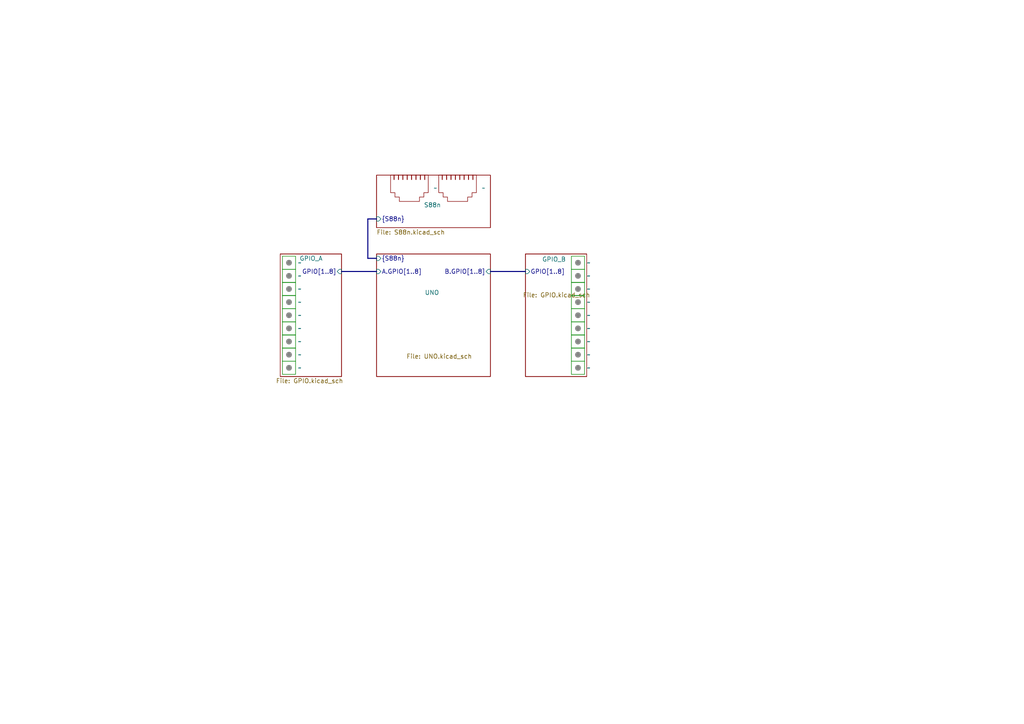
<source format=kicad_sch>
(kicad_sch (version 20231120) (generator "eeschema") (generator_version "8.0")
  (paper "A4")
  (lib_symbols
    (symbol "custom_kicad_lib_sk:RJ45_symbolic" (pin_numbers hide) (pin_names (offset 0) hide) (in_bom no) (on_board no)
      (symbol "RJ45_symbolic_1_1"
        (polyline (pts (xy -1.27 -5.08) (xy 0 -5.08)) (stroke (width 0.254)))
        (polyline (pts (xy -1.27 -3.81) (xy 0 -3.81)) (stroke (width 0.254)))
        (polyline (pts (xy -1.27 -2.54) (xy 0 -2.54)) (stroke (width 0.254)))
        (polyline (pts (xy -1.27 -1.27) (xy 0 -1.27)) (stroke (width 0.254)))
        (polyline (pts (xy -1.27 0) (xy 0 0)) (stroke (width 0.254)))
        (polyline (pts (xy -1.27 1.27) (xy 0 1.27)) (stroke (width 0.254)))
        (polyline (pts (xy -1.27 2.54) (xy 0 2.54)) (stroke (width 0.254)))
        (polyline (pts (xy -1.27 3.81) (xy 0 3.81)) (stroke (width 0.254)))
        (polyline (pts (xy 0 -6.096) (xy -5.08 -6.096) (xy -5.08 -4.826) (xy -6.35 -4.826) (xy -6.35 -3.556) (xy -7.62 -3.556) (xy -7.62 2.286) (xy -6.35 2.286) (xy -6.35 3.556) (xy -5.08 3.556) (xy -5.08 4.826) (xy 0 4.826) (xy 0 -6.096)))
      )
    )
    (symbol "custom_kicad_lib_sk:screwterminal" (pin_numbers hide) (pin_names (offset 0) hide) (in_bom no) (on_board no)
      (symbol "screwterminal_1_1"
        (rectangle (start -1.905 1.905) (end 1.905 -1.905) (stroke (width 0) (color 0 132 0 1)))
        (circle (center 0 0) (radius 0.762) (stroke (width 0) (color 137 143 138 1)) (fill (type color) (color 132 132 132 1)))
      )
    )
  )
  (bus (pts (xy 142.24 78.74) (xy 152.4 78.74)))
  (bus (pts (xy 106.68 63.5) (xy 106.68 74.93)))
  (bus (pts (xy 109.22 63.5) (xy 106.68 63.5)))
  (bus (pts (xy 106.68 74.93) (xy 109.22 74.93)))
  (bus (pts (xy 99.06 78.74) (xy 109.22 78.74)))
  (symbol (lib_id "custom_kicad_lib_sk:screwterminal") (at 167.64 99.06 0) (unit 1) (in_bom no) (on_board no)
    (property "Reference" "u116" (effects (hide yes)))
    (property "Value" "~" (at 170.18 99.06 0) (effects (justify left)))
  )
  (symbol (lib_id "custom_kicad_lib_sk:RJ45_symbolic") (at 132.08 50.8 90) (unit 1) (in_bom no) (on_board no)
    (property "Reference" "j102" (effects (hide yes)))
    (property "Value" "~" (at 139.7 54.5465 90) (effects (justify right)))
  )
  (symbol (lib_id "custom_kicad_lib_sk:screwterminal") (at 167.64 87.63 0) (unit 1) (in_bom no) (on_board no)
    (property "Reference" "u113" (effects (hide yes)))
    (property "Value" "~" (at 170.18 87.63 0) (effects (justify left)))
  )
  (symbol (lib_id "custom_kicad_lib_sk:screwterminal") (at 83.82 106.68 0) (unit 1) (in_bom no) (on_board no)
    (property "Reference" "u109" (effects (hide yes)))
    (property "Value" "~" (at 86.36 106.68 0) (effects (justify left)))
  )
  (symbol (lib_id "custom_kicad_lib_sk:screwterminal") (at 167.64 106.68 0) (unit 1) (in_bom no) (on_board no)
    (property "Reference" "u118" (effects (hide yes)))
    (property "Value" "~" (at 170.18 106.68 0) (effects (justify left)))
  )
  (symbol (lib_id "custom_kicad_lib_sk:screwterminal") (at 83.82 102.87 0) (unit 1) (in_bom no) (on_board no)
    (property "Reference" "u108" (effects (hide yes)))
    (property "Value" "~" (at 86.36 102.87 0) (effects (justify left)))
  )
  (symbol (lib_id "custom_kicad_lib_sk:screwterminal") (at 167.64 76.2 0) (unit 1) (in_bom no) (on_board no)
    (property "Reference" "u110" (effects (hide yes)))
    (property "Value" "~" (at 170.18 76.2 0) (effects (justify left)))
  )
  (symbol (lib_id "custom_kicad_lib_sk:screwterminal") (at 83.82 99.06 0) (unit 1) (in_bom no) (on_board no)
    (property "Reference" "u107" (effects (hide yes)))
    (property "Value" "~" (at 86.36 99.06 0) (effects (justify left)))
  )
  (symbol (lib_id "custom_kicad_lib_sk:screwterminal") (at 167.64 83.82 0) (unit 1) (in_bom no) (on_board no)
    (property "Reference" "u112" (effects (hide yes)))
    (property "Value" "~" (at 170.18 83.82 0) (effects (justify left)))
  )
  (symbol (lib_id "custom_kicad_lib_sk:screwterminal") (at 167.64 95.25 0) (unit 1) (in_bom no) (on_board no)
    (property "Reference" "u115" (effects (hide yes)))
    (property "Value" "~" (at 170.18 95.25 0) (effects (justify left)))
  )
  (symbol (lib_id "custom_kicad_lib_sk:RJ45_symbolic") (at 118.11 50.8 90) (unit 1) (in_bom no) (on_board no)
    (property "Reference" "j101" (effects (hide yes)))
    (property "Value" "~" (at 125.73 54.5465 90) (effects (justify right)))
  )
  (symbol (lib_id "custom_kicad_lib_sk:screwterminal") (at 83.82 87.63 0) (unit 1) (in_bom no) (on_board no)
    (property "Reference" "u104" (effects (hide yes)))
    (property "Value" "~" (at 86.36 87.63 0) (effects (justify left)))
  )
  (symbol (lib_id "custom_kicad_lib_sk:screwterminal") (at 83.82 83.82 0) (unit 1) (in_bom no) (on_board no)
    (property "Reference" "u103" (effects (hide yes)))
    (property "Value" "~" (at 86.36 83.82 0) (effects (justify left)))
  )
  (symbol (lib_id "custom_kicad_lib_sk:screwterminal") (at 83.82 95.25 0) (unit 1) (in_bom no) (on_board no)
    (property "Reference" "u106" (effects (hide yes)))
    (property "Value" "~" (at 86.36 95.25 0) (effects (justify left)))
  )
  (symbol (lib_id "custom_kicad_lib_sk:screwterminal") (at 83.82 80.01 0) (unit 1) (in_bom no) (on_board no)
    (property "Reference" "u102" (effects (hide yes)))
    (property "Value" "~" (at 86.36 80.01 0) (effects (justify left)))
  )
  (symbol (lib_id "custom_kicad_lib_sk:screwterminal") (at 83.82 76.2 0) (unit 1) (in_bom no) (on_board no)
    (property "Reference" "u101" (effects (hide yes)))
    (property "Value" "~" (at 86.36 76.2 0) (effects (justify left)))
  )
  (symbol (lib_id "custom_kicad_lib_sk:screwterminal") (at 167.64 102.87 0) (unit 1) (in_bom no) (on_board no)
    (property "Reference" "u117" (effects (hide yes)))
    (property "Value" "~" (at 170.18 102.87 0) (effects (justify left)))
  )
  (symbol (lib_id "custom_kicad_lib_sk:screwterminal") (at 167.64 80.01 0) (unit 1) (in_bom no) (on_board no)
    (property "Reference" "u111" (effects (hide yes)))
    (property "Value" "~" (at 170.18 80.01 0) (effects (justify left)))
  )
  (symbol (lib_id "custom_kicad_lib_sk:screwterminal") (at 83.82 91.44 0) (unit 1) (in_bom no) (on_board no)
    (property "Reference" "u105" (effects (hide yes)))
    (property "Value" "~" (at 86.36 91.44 0) (effects (justify left)))
  )
  (symbol (lib_id "custom_kicad_lib_sk:screwterminal") (at 167.64 91.44 0) (unit 1) (in_bom no) (on_board no)
    (property "Reference" "u114" (effects (hide yes)))
    (property "Value" "~" (at 170.18 91.44 0) (effects (justify left)))
  )
  (sheet (at 81.28 73.66) (size 17.78 35.56) (stroke (width 0.1524))
    (property "Sheetname" "GPIO_A" (at 86.868 75.692 0) (effects (justify left bottom)))
    (property "Sheetfile" "GPIO.kicad_sch" (at 80.01 109.728 0) (effects (justify left top)))
    (pin "GPIO[1..8]" input (at 99.06 78.74 0))
  )
  (sheet (at 109.22 73.66) (size 33.02 35.56) (stroke (width 0.1524))
    (property "Sheetname" "UNO" (at 123.19 85.598 0) (effects (justify left bottom)))
    (property "Sheetfile" "UNO.kicad_sch" (at 117.856 102.616 0) (effects (justify left top)))
    (pin "B.GPIO[1..8]" input (at 142.24 78.74 0))
    (pin "A.GPIO[1..8]" input (at 109.22 78.74 180))
    (pin "{S88n}" input (at 109.22 74.93 180))
  )
  (sheet (at 109.22 50.8) (size 33.02 15.24) (stroke (width 0.1524))
    (property "Sheetname" "S88n" (at 122.936 60.198 0) (effects (justify left bottom)))
    (property "Sheetfile" "S88n.kicad_sch" (at 109.22 66.6246 0) (effects (justify left top)))
    (pin "{S88n}" input (at 109.22 63.5 180))
  )
  (sheet (at 152.4 73.66) (size 17.78 35.56) (stroke (width 0.1524))
    (property "Sheetname" "GPIO_B" (at 157.226 75.946 0) (effects (justify left bottom)))
    (property "Sheetfile" "GPIO.kicad_sch" (at 151.638 84.836 0) (effects (justify left top)))
    (pin "GPIO[1..8]" input (at 152.4 78.74 180))
  )
)
</source>
